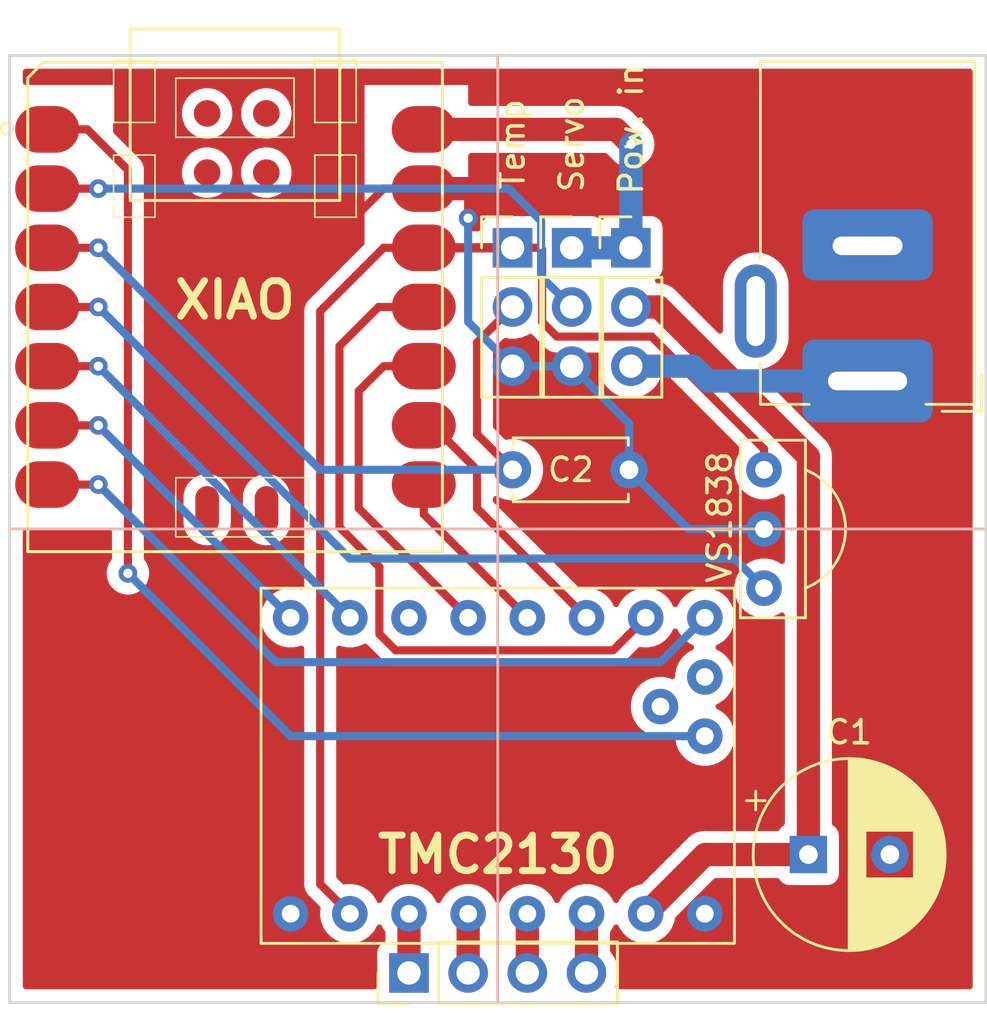
<source format=kicad_pcb>
(kicad_pcb (version 20171130) (host pcbnew "(5.1.5)-2")
  (layers (0 F.Cu mixed) (31 B.Cu mixed) (34 B.Paste user) (35 F.Paste user) (36 B.SilkS user) (37 F.SilkS user) (38 B.Mask user) (39 F.Mask user) (44 Edge.Cuts user))
  (net 0 "")
  (net 1 VBUS)
  (net 2 GND)
  (net 3 "Net-(C2-Pad1)")
  (net 4 +12V)
  (net 5 "Net-(J2-Pad1)")
  (net 6 "Net-(J2-Pad2)")
  (net 7 "Net-(J2-Pad3)")
  (net 8 "Net-(J2-Pad4)")
  (net 9 +3V3)
  (net 10 +5V)
  (net 11 "Net-(J4-Pad2)")
  (net 12 "Net-(U1-Pad20)")
  (net 13 "Net-(U1-Pad19)")
  (net 14 "Net-(U1-Pad18)")
  (net 15 "Net-(U1-Pad17)")
  (net 16 "Net-(U1-Pad16)")
  (net 17 "Net-(U1-Pad15)")
  (net 18 "Net-(U1-Pad1)")
  (net 19 "Net-(U1-Pad4)")
  (net 20 "Net-(U1-Pad5)")
  (net 21 "Net-(U1-Pad6)")
  (net 22 "Net-(U1-Pad7)")
  (net 23 "Net-(U1-Pad8)")
  (net 24 "Net-(U1-Pad9)")
  (net 25 "Net-(U1-Pad10)")
  (net 26 "Net-(U1-Pad11)")
  (net 27 "Net-(U2-Pad11)")
  (net 28 "Net-(U2-Pad17)")
  (net 29 "Net-(U2-Pad18)")
  (net 30 "Net-(J1-Pad3)")
  (module VS1838:VS1838 (layer F.Cu) (at 141.605 50.8 90)
    (fp_text reference U3)
    (fp_text value VS1838 (at 3.048 -1.905 90) (layer F.SilkS))
    (fp_arc (start 2.54 0.762) (end 0 1.778) (angle -136.397181) (layer F.SilkS) (width 0.12))
    (fp_line (start -1.27 1.778) (end -1.27 -1.016) (layer F.SilkS) (width 0.12))
    (fp_line (start 6.35 1.778) (end -1.27 1.778) (layer F.SilkS) (width 0.12))
    (fp_line (start 6.35 -1.016) (end 6.35 1.778) (layer F.SilkS) (width 0.12))
    (fp_line (start -1.27 -1.016) (end 6.35 -1.016) (layer F.SilkS) (width 0.12))
    (pad 3 thru_hole circle (at 5.08 0 90) (size 1.524 1.524) (drill 0.762) (layers *.Cu *.Mask) (net 9 +3V3))
    (pad 2 thru_hole circle (at 2.54 0 90) (size 1.524 1.524) (drill 0.762) (layers *.Cu *.Mask) (net 2 GND))
    (pad 1 thru_hole circle (at 0 0 90) (size 1.524 1.524) (drill 0.762) (layers *.Cu *.Mask) (net 19 "Net-(U1-Pad4)"))
  )
  (module TMC2130:tmc2130 (layer F.Cu) (at 140.335 50.8 180)
    (fp_text reference U2 hide)
    (fp_text value TMC2130 (at 10.16 -11.43) (layer F.SilkS) (effects (font (size 1.524 1.524) (thickness 0.3))))
    (fp_line (start 0 0) (end 20.32 0) (layer F.SilkS) (width 0.12))
    (fp_line (start 20.32 0) (end 20.32 -15.24) (layer F.SilkS) (width 0.12))
    (fp_line (start 0 -15.24) (end 0 0) (layer F.SilkS) (width 0.12))
    (fp_line (start 0 -15.24) (end 20.32 -15.24) (layer F.SilkS) (width 0.12))
    (pad 1 thru_hole circle (at 1.27 -13.97 180) (size 1.524 1.524) (drill 0.762) (layers *.Cu *.Mask) (net 2 GND))
    (pad 2 thru_hole circle (at 3.81 -13.97 180) (size 1.524 1.524) (drill 0.762) (layers *.Cu *.Mask) (net 1 VBUS))
    (pad 3 thru_hole circle (at 6.35 -13.97 180) (size 1.524 1.524) (drill 0.762) (layers *.Cu *.Mask) (net 8 "Net-(J2-Pad4)"))
    (pad 4 thru_hole circle (at 8.89 -13.97 180) (size 1.524 1.524) (drill 0.762) (layers *.Cu *.Mask) (net 7 "Net-(J2-Pad3)"))
    (pad 5 thru_hole circle (at 11.43 -13.97 180) (size 1.524 1.524) (drill 0.762) (layers *.Cu *.Mask) (net 6 "Net-(J2-Pad2)"))
    (pad 6 thru_hole circle (at 13.97 -13.97 180) (size 1.524 1.524) (drill 0.762) (layers *.Cu *.Mask) (net 5 "Net-(J2-Pad1)"))
    (pad 7 thru_hole circle (at 16.51 -13.97 180) (size 1.524 1.524) (drill 0.762) (layers *.Cu *.Mask) (net 9 +3V3))
    (pad 8 thru_hole circle (at 19.05 -13.97 180) (size 1.524 1.524) (drill 0.762) (layers *.Cu *.Mask) (net 2 GND))
    (pad 9 thru_hole circle (at 19.05 -1.27 180) (size 1.524 1.524) (drill 0.762) (layers *.Cu *.Mask) (net 21 "Net-(U1-Pad6)"))
    (pad 10 thru_hole circle (at 16.51 -1.27 180) (size 1.524 1.524) (drill 0.762) (layers *.Cu *.Mask) (net 20 "Net-(U1-Pad5)"))
    (pad 11 thru_hole circle (at 13.97 -1.27 180) (size 1.524 1.524) (drill 0.762) (layers *.Cu *.Mask) (net 27 "Net-(U2-Pad11)"))
    (pad 12 thru_hole circle (at 11.43 -1.27 180) (size 1.524 1.524) (drill 0.762) (layers *.Cu *.Mask) (net 25 "Net-(U1-Pad10)"))
    (pad 13 thru_hole circle (at 8.89 -1.27 180) (size 1.524 1.524) (drill 0.762) (layers *.Cu *.Mask) (net 23 "Net-(U1-Pad8)"))
    (pad 14 thru_hole circle (at 6.35 -1.27 180) (size 1.524 1.524) (drill 0.762) (layers *.Cu *.Mask) (net 24 "Net-(U1-Pad9)"))
    (pad 15 thru_hole circle (at 3.81 -1.27 180) (size 1.524 1.524) (drill 0.762) (layers *.Cu *.Mask) (net 26 "Net-(U1-Pad11)"))
    (pad 16 thru_hole circle (at 1.27 -1.27 180) (size 1.524 1.524) (drill 0.762) (layers *.Cu *.Mask) (net 22 "Net-(U1-Pad7)"))
    (pad 17 thru_hole circle (at 1.27 -3.81 180) (size 1.524 1.524) (drill 0.762) (layers *.Cu *.Mask) (net 28 "Net-(U2-Pad17)"))
    (pad 19 thru_hole circle (at 1.27 -6.35 180) (size 1.524 1.524) (drill 0.762) (layers *.Cu *.Mask) (net 18 "Net-(U1-Pad1)"))
    (pad 18 thru_hole circle (at 3.175 -5.08 180) (size 1.524 1.524) (drill 0.762) (layers *.Cu *.Mask) (net 29 "Net-(U2-Pad18)"))
  )
  (module Capacitor_THT:CP_Radial_D8.0mm_P3.50mm (layer F.Cu) (at 143.51 62.23)
    (fp_text reference C1 (at 1.75 -5.25) (layer F.SilkS))
    (fp_text value CP)
    (fp_circle (center 1.75 0) (end 5.87 0) (layer F.SilkS) (width 0.12))
    (fp_line (start 1.75 -4.08) (end 1.75 4.08) (layer F.SilkS) (width 0.12))
    (fp_line (start 1.79 -4.08) (end 1.79 4.08) (layer F.SilkS) (width 0.12))
    (fp_line (start 1.83 -4.08) (end 1.83 4.08) (layer F.SilkS) (width 0.12))
    (fp_line (start 1.87 -4.079) (end 1.87 4.079) (layer F.SilkS) (width 0.12))
    (fp_line (start 1.91 -4.077) (end 1.91 4.077) (layer F.SilkS) (width 0.12))
    (fp_line (start 1.95 -4.076) (end 1.95 4.076) (layer F.SilkS) (width 0.12))
    (fp_line (start 1.99 -4.074) (end 1.99 4.074) (layer F.SilkS) (width 0.12))
    (fp_line (start 2.03 -4.071) (end 2.03 4.071) (layer F.SilkS) (width 0.12))
    (fp_line (start 2.07 -4.068) (end 2.07 4.068) (layer F.SilkS) (width 0.12))
    (fp_line (start 2.11 -4.065) (end 2.11 4.065) (layer F.SilkS) (width 0.12))
    (fp_line (start 2.15 -4.061) (end 2.15 4.061) (layer F.SilkS) (width 0.12))
    (fp_line (start 2.19 -4.057) (end 2.19 4.057) (layer F.SilkS) (width 0.12))
    (fp_line (start 2.23 -4.052) (end 2.23 4.052) (layer F.SilkS) (width 0.12))
    (fp_line (start 2.27 -4.048) (end 2.27 4.048) (layer F.SilkS) (width 0.12))
    (fp_line (start 2.31 -4.042) (end 2.31 4.042) (layer F.SilkS) (width 0.12))
    (fp_line (start 2.35 -4.037) (end 2.35 4.037) (layer F.SilkS) (width 0.12))
    (fp_line (start 2.39 -4.03) (end 2.39 4.03) (layer F.SilkS) (width 0.12))
    (fp_line (start 2.43 -4.024) (end 2.43 4.024) (layer F.SilkS) (width 0.12))
    (fp_line (start 2.471 -4.017) (end 2.471 -1.04) (layer F.SilkS) (width 0.12))
    (fp_line (start 2.471 1.04) (end 2.471 4.017) (layer F.SilkS) (width 0.12))
    (fp_line (start 2.511 -4.01) (end 2.511 -1.04) (layer F.SilkS) (width 0.12))
    (fp_line (start 2.511 1.04) (end 2.511 4.01) (layer F.SilkS) (width 0.12))
    (fp_line (start 2.551 -4.002) (end 2.551 -1.04) (layer F.SilkS) (width 0.12))
    (fp_line (start 2.551 1.04) (end 2.551 4.002) (layer F.SilkS) (width 0.12))
    (fp_line (start 2.591 -3.994) (end 2.591 -1.04) (layer F.SilkS) (width 0.12))
    (fp_line (start 2.591 1.04) (end 2.591 3.994) (layer F.SilkS) (width 0.12))
    (fp_line (start 2.631 -3.985) (end 2.631 -1.04) (layer F.SilkS) (width 0.12))
    (fp_line (start 2.631 1.04) (end 2.631 3.985) (layer F.SilkS) (width 0.12))
    (fp_line (start 2.671 -3.976) (end 2.671 -1.04) (layer F.SilkS) (width 0.12))
    (fp_line (start 2.671 1.04) (end 2.671 3.976) (layer F.SilkS) (width 0.12))
    (fp_line (start 2.711 -3.967) (end 2.711 -1.04) (layer F.SilkS) (width 0.12))
    (fp_line (start 2.711 1.04) (end 2.711 3.967) (layer F.SilkS) (width 0.12))
    (fp_line (start 2.751 -3.957) (end 2.751 -1.04) (layer F.SilkS) (width 0.12))
    (fp_line (start 2.751 1.04) (end 2.751 3.957) (layer F.SilkS) (width 0.12))
    (fp_line (start 2.791 -3.947) (end 2.791 -1.04) (layer F.SilkS) (width 0.12))
    (fp_line (start 2.791 1.04) (end 2.791 3.947) (layer F.SilkS) (width 0.12))
    (fp_line (start 2.831 -3.936) (end 2.831 -1.04) (layer F.SilkS) (width 0.12))
    (fp_line (start 2.831 1.04) (end 2.831 3.936) (layer F.SilkS) (width 0.12))
    (fp_line (start 2.871 -3.925) (end 2.871 -1.04) (layer F.SilkS) (width 0.12))
    (fp_line (start 2.871 1.04) (end 2.871 3.925) (layer F.SilkS) (width 0.12))
    (fp_line (start 2.911 -3.914) (end 2.911 -1.04) (layer F.SilkS) (width 0.12))
    (fp_line (start 2.911 1.04) (end 2.911 3.914) (layer F.SilkS) (width 0.12))
    (fp_line (start 2.951 -3.902) (end 2.951 -1.04) (layer F.SilkS) (width 0.12))
    (fp_line (start 2.951 1.04) (end 2.951 3.902) (layer F.SilkS) (width 0.12))
    (fp_line (start 2.991 -3.889) (end 2.991 -1.04) (layer F.SilkS) (width 0.12))
    (fp_line (start 2.991 1.04) (end 2.991 3.889) (layer F.SilkS) (width 0.12))
    (fp_line (start 3.031 -3.877) (end 3.031 -1.04) (layer F.SilkS) (width 0.12))
    (fp_line (start 3.031 1.04) (end 3.031 3.877) (layer F.SilkS) (width 0.12))
    (fp_line (start 3.071 -3.863) (end 3.071 -1.04) (layer F.SilkS) (width 0.12))
    (fp_line (start 3.071 1.04) (end 3.071 3.863) (layer F.SilkS) (width 0.12))
    (fp_line (start 3.111 -3.85) (end 3.111 -1.04) (layer F.SilkS) (width 0.12))
    (fp_line (start 3.111 1.04) (end 3.111 3.85) (layer F.SilkS) (width 0.12))
    (fp_line (start 3.151 -3.835) (end 3.151 -1.04) (layer F.SilkS) (width 0.12))
    (fp_line (start 3.151 1.04) (end 3.151 3.835) (layer F.SilkS) (width 0.12))
    (fp_line (start 3.191 -3.821) (end 3.191 -1.04) (layer F.SilkS) (width 0.12))
    (fp_line (start 3.191 1.04) (end 3.191 3.821) (layer F.SilkS) (width 0.12))
    (fp_line (start 3.231 -3.805) (end 3.231 -1.04) (layer F.SilkS) (width 0.12))
    (fp_line (start 3.231 1.04) (end 3.231 3.805) (layer F.SilkS) (width 0.12))
    (fp_line (start 3.271 -3.79) (end 3.271 -1.04) (layer F.SilkS) (width 0.12))
    (fp_line (start 3.271 1.04) (end 3.271 3.79) (layer F.SilkS) (width 0.12))
    (fp_line (start 3.311 -3.774) (end 3.311 -1.04) (layer F.SilkS) (width 0.12))
    (fp_line (start 3.311 1.04) (end 3.311 3.774) (layer F.SilkS) (width 0.12))
    (fp_line (start 3.351 -3.757) (end 3.351 -1.04) (layer F.SilkS) (width 0.12))
    (fp_line (start 3.351 1.04) (end 3.351 3.757) (layer F.SilkS) (width 0.12))
    (fp_line (start 3.391 -3.74) (end 3.391 -1.04) (layer F.SilkS) (width 0.12))
    (fp_line (start 3.391 1.04) (end 3.391 3.74) (layer F.SilkS) (width 0.12))
    (fp_line (start 3.431 -3.722) (end 3.431 -1.04) (layer F.SilkS) (width 0.12))
    (fp_line (start 3.431 1.04) (end 3.431 3.722) (layer F.SilkS) (width 0.12))
    (fp_line (start 3.471 -3.704) (end 3.471 -1.04) (layer F.SilkS) (width 0.12))
    (fp_line (start 3.471 1.04) (end 3.471 3.704) (layer F.SilkS) (width 0.12))
    (fp_line (start 3.511 -3.686) (end 3.511 -1.04) (layer F.SilkS) (width 0.12))
    (fp_line (start 3.511 1.04) (end 3.511 3.686) (layer F.SilkS) (width 0.12))
    (fp_line (start 3.551 -3.666) (end 3.551 -1.04) (layer F.SilkS) (width 0.12))
    (fp_line (start 3.551 1.04) (end 3.551 3.666) (layer F.SilkS) (width 0.12))
    (fp_line (start 3.591 -3.647) (end 3.591 -1.04) (layer F.SilkS) (width 0.12))
    (fp_line (start 3.591 1.04) (end 3.591 3.647) (layer F.SilkS) (width 0.12))
    (fp_line (start 3.631 -3.627) (end 3.631 -1.04) (layer F.SilkS) (width 0.12))
    (fp_line (start 3.631 1.04) (end 3.631 3.627) (layer F.SilkS) (width 0.12))
    (fp_line (start 3.671 -3.606) (end 3.671 -1.04) (layer F.SilkS) (width 0.12))
    (fp_line (start 3.671 1.04) (end 3.671 3.606) (layer F.SilkS) (width 0.12))
    (fp_line (start 3.711 -3.584) (end 3.711 -1.04) (layer F.SilkS) (width 0.12))
    (fp_line (start 3.711 1.04) (end 3.711 3.584) (layer F.SilkS) (width 0.12))
    (fp_line (start 3.751 -3.562) (end 3.751 -1.04) (layer F.SilkS) (width 0.12))
    (fp_line (start 3.751 1.04) (end 3.751 3.562) (layer F.SilkS) (width 0.12))
    (fp_line (start 3.791 -3.54) (end 3.791 -1.04) (layer F.SilkS) (width 0.12))
    (fp_line (start 3.791 1.04) (end 3.791 3.54) (layer F.SilkS) (width 0.12))
    (fp_line (start 3.831 -3.517) (end 3.831 -1.04) (layer F.SilkS) (width 0.12))
    (fp_line (start 3.831 1.04) (end 3.831 3.517) (layer F.SilkS) (width 0.12))
    (fp_line (start 3.871 -3.493) (end 3.871 -1.04) (layer F.SilkS) (width 0.12))
    (fp_line (start 3.871 1.04) (end 3.871 3.493) (layer F.SilkS) (width 0.12))
    (fp_line (start 3.911 -3.469) (end 3.911 -1.04) (layer F.SilkS) (width 0.12))
    (fp_line (start 3.911 1.04) (end 3.911 3.469) (layer F.SilkS) (width 0.12))
    (fp_line (start 3.951 -3.444) (end 3.951 -1.04) (layer F.SilkS) (width 0.12))
    (fp_line (start 3.951 1.04) (end 3.951 3.444) (layer F.SilkS) (width 0.12))
    (fp_line (start 3.991 -3.418) (end 3.991 -1.04) (layer F.SilkS) (width 0.12))
    (fp_line (start 3.991 1.04) (end 3.991 3.418) (layer F.SilkS) (width 0.12))
    (fp_line (start 4.031 -3.392) (end 4.031 -1.04) (layer F.SilkS) (width 0.12))
    (fp_line (start 4.031 1.04) (end 4.031 3.392) (layer F.SilkS) (width 0.12))
    (fp_line (start 4.071 -3.365) (end 4.071 -1.04) (layer F.SilkS) (width 0.12))
    (fp_line (start 4.071 1.04) (end 4.071 3.365) (layer F.SilkS) (width 0.12))
    (fp_line (start 4.111 -3.338) (end 4.111 -1.04) (layer F.SilkS) (width 0.12))
    (fp_line (start 4.111 1.04) (end 4.111 3.338) (layer F.SilkS) (width 0.12))
    (fp_line (start 4.151 -3.309) (end 4.151 -1.04) (layer F.SilkS) (width 0.12))
    (fp_line (start 4.151 1.04) (end 4.151 3.309) (layer F.SilkS) (width 0.12))
    (fp_line (start 4.191 -3.28) (end 4.191 -1.04) (layer F.SilkS) (width 0.12))
    (fp_line (start 4.191 1.04) (end 4.191 3.28) (layer F.SilkS) (width 0.12))
    (fp_line (start 4.231 -3.25) (end 4.231 -1.04) (layer F.SilkS) (width 0.12))
    (fp_line (start 4.231 1.04) (end 4.231 3.25) (layer F.SilkS) (width 0.12))
    (fp_line (start 4.271 -3.22) (end 4.271 -1.04) (layer F.SilkS) (width 0.12))
    (fp_line (start 4.271 1.04) (end 4.271 3.22) (layer F.SilkS) (width 0.12))
    (fp_line (start 4.311 -3.189) (end 4.311 -1.04) (layer F.SilkS) (width 0.12))
    (fp_line (start 4.311 1.04) (end 4.311 3.189) (layer F.SilkS) (width 0.12))
    (fp_line (start 4.351 -3.156) (end 4.351 -1.04) (layer F.SilkS) (width 0.12))
    (fp_line (start 4.351 1.04) (end 4.351 3.156) (layer F.SilkS) (width 0.12))
    (fp_line (start 4.391 -3.124) (end 4.391 -1.04) (layer F.SilkS) (width 0.12))
    (fp_line (start 4.391 1.04) (end 4.391 3.124) (layer F.SilkS) (width 0.12))
    (fp_line (start 4.431 -3.09) (end 4.431 -1.04) (layer F.SilkS) (width 0.12))
    (fp_line (start 4.431 1.04) (end 4.431 3.09) (layer F.SilkS) (width 0.12))
    (fp_line (start 4.471 -3.055) (end 4.471 -1.04) (layer F.SilkS) (width 0.12))
    (fp_line (start 4.471 1.04) (end 4.471 3.055) (layer F.SilkS) (width 0.12))
    (fp_line (start 4.511 -3.019) (end 4.511 -1.04) (layer F.SilkS) (width 0.12))
    (fp_line (start 4.511 1.04) (end 4.511 3.019) (layer F.SilkS) (width 0.12))
    (fp_line (start 4.551 -2.983) (end 4.551 2.983) (layer F.SilkS) (width 0.12))
    (fp_line (start 4.591 -2.945) (end 4.591 2.945) (layer F.SilkS) (width 0.12))
    (fp_line (start 4.631 -2.907) (end 4.631 2.907) (layer F.SilkS) (width 0.12))
    (fp_line (start 4.671 -2.867) (end 4.671 2.867) (layer F.SilkS) (width 0.12))
    (fp_line (start 4.711 -2.826) (end 4.711 2.826) (layer F.SilkS) (width 0.12))
    (fp_line (start 4.751 -2.784) (end 4.751 2.784) (layer F.SilkS) (width 0.12))
    (fp_line (start 4.791 -2.741) (end 4.791 2.741) (layer F.SilkS) (width 0.12))
    (fp_line (start 4.831 -2.697) (end 4.831 2.697) (layer F.SilkS) (width 0.12))
    (fp_line (start 4.871 -2.651) (end 4.871 2.651) (layer F.SilkS) (width 0.12))
    (fp_line (start 4.911 -2.604) (end 4.911 2.604) (layer F.SilkS) (width 0.12))
    (fp_line (start 4.951 -2.556) (end 4.951 2.556) (layer F.SilkS) (width 0.12))
    (fp_line (start 4.991 -2.505) (end 4.991 2.505) (layer F.SilkS) (width 0.12))
    (fp_line (start 5.031 -2.454) (end 5.031 2.454) (layer F.SilkS) (width 0.12))
    (fp_line (start 5.071 -2.4) (end 5.071 2.4) (layer F.SilkS) (width 0.12))
    (fp_line (start 5.111 -2.345) (end 5.111 2.345) (layer F.SilkS) (width 0.12))
    (fp_line (start 5.151 -2.287) (end 5.151 2.287) (layer F.SilkS) (width 0.12))
    (fp_line (start 5.191 -2.228) (end 5.191 2.228) (layer F.SilkS) (width 0.12))
    (fp_line (start 5.231 -2.166) (end 5.231 2.166) (layer F.SilkS) (width 0.12))
    (fp_line (start 5.271 -2.102) (end 5.271 2.102) (layer F.SilkS) (width 0.12))
    (fp_line (start 5.311 -2.034) (end 5.311 2.034) (layer F.SilkS) (width 0.12))
    (fp_line (start 5.351 -1.964) (end 5.351 1.964) (layer F.SilkS) (width 0.12))
    (fp_line (start 5.391 -1.89) (end 5.391 1.89) (layer F.SilkS) (width 0.12))
    (fp_line (start 5.431 -1.813) (end 5.431 1.813) (layer F.SilkS) (width 0.12))
    (fp_line (start 5.471 -1.731) (end 5.471 1.731) (layer F.SilkS) (width 0.12))
    (fp_line (start 5.511 -1.645) (end 5.511 1.645) (layer F.SilkS) (width 0.12))
    (fp_line (start 5.551 -1.552) (end 5.551 1.552) (layer F.SilkS) (width 0.12))
    (fp_line (start 5.591 -1.453) (end 5.591 1.453) (layer F.SilkS) (width 0.12))
    (fp_line (start 5.631 -1.346) (end 5.631 1.346) (layer F.SilkS) (width 0.12))
    (fp_line (start 5.671 -1.229) (end 5.671 1.229) (layer F.SilkS) (width 0.12))
    (fp_line (start 5.711 -1.098) (end 5.711 1.098) (layer F.SilkS) (width 0.12))
    (fp_line (start 5.751 -0.948) (end 5.751 0.948) (layer F.SilkS) (width 0.12))
    (fp_line (start 5.791 -0.768) (end 5.791 0.768) (layer F.SilkS) (width 0.12))
    (fp_line (start 5.831 -0.533) (end 5.831 0.533) (layer F.SilkS) (width 0.12))
    (fp_line (start -2.659698 -2.315) (end -1.859698 -2.315) (layer F.SilkS) (width 0.12))
    (fp_line (start -2.259698 -2.715) (end -2.259698 -1.915) (layer F.SilkS) (width 0.12))
    (pad 1 thru_hole rect (at 0 0) (size 1.6 1.6) (drill 0.8) (layers *.Cu *.Mask) (net 1 VBUS))
    (pad 2 thru_hole circle (at 3.5 0) (size 1.6 1.6) (drill 0.8) (layers *.Cu *.Mask) (net 2 GND))
  )
  (module Capacitor_THT:C_Disc_D4.7mm_W2.5mm_P5.00mm (layer F.Cu) (at 130.81 45.72)
    (fp_text reference C2 (at 2.5 0) (layer F.SilkS))
    (fp_text value C)
    (fp_line (start 0.03 -1.37) (end 4.97 -1.37) (layer F.SilkS) (width 0.12))
    (fp_line (start 0.03 1.37) (end 4.97 1.37) (layer F.SilkS) (width 0.12))
    (fp_line (start 0.03 -1.37) (end 0.03 -1.055) (layer F.SilkS) (width 0.12))
    (fp_line (start 0.03 1.055) (end 0.03 1.37) (layer F.SilkS) (width 0.12))
    (fp_line (start 4.97 -1.37) (end 4.97 -1.055) (layer F.SilkS) (width 0.12))
    (fp_line (start 4.97 1.055) (end 4.97 1.37) (layer F.SilkS) (width 0.12))
    (pad 1 thru_hole circle (at 0 0) (size 1.6 1.6) (drill 0.8) (layers *.Cu *.Mask) (net 3 "Net-(C2-Pad1)"))
    (pad 2 thru_hole circle (at 5 0) (size 1.6 1.6) (drill 0.8) (layers *.Cu *.Mask) (net 2 GND))
  )
  (module Connector_PinHeader_2.54mm:PinHeader_1x04_P2.54mm_Vertical (layer F.Cu) (at 126.365 67.31 90)
    (fp_text reference J2)
    (fp_text value Motor)
    (fp_line (start -1.33 8.95) (end 1.33 8.95) (layer F.SilkS) (width 0.12))
    (fp_line (start -1.33 1.27) (end -1.33 8.95) (layer F.SilkS) (width 0.12))
    (fp_line (start 1.33 1.27) (end 1.33 8.95) (layer F.SilkS) (width 0.12))
    (fp_line (start -1.33 1.27) (end 1.33 1.27) (layer F.SilkS) (width 0.12))
    (fp_line (start -1.33 0) (end -1.33 -1.33) (layer F.SilkS) (width 0.12))
    (fp_line (start -1.33 -1.33) (end 0 -1.33) (layer F.SilkS) (width 0.12))
    (pad 1 thru_hole rect (at 0 0 90) (size 1.7 1.7) (drill 1) (layers *.Cu *.Mask) (net 5 "Net-(J2-Pad1)"))
    (pad 2 thru_hole oval (at 0 2.54 90) (size 1.7 1.7) (drill 1) (layers *.Cu *.Mask) (net 6 "Net-(J2-Pad2)"))
    (pad 3 thru_hole oval (at 0 5.08 90) (size 1.7 1.7) (drill 1) (layers *.Cu *.Mask) (net 7 "Net-(J2-Pad3)"))
    (pad 4 thru_hole oval (at 0 7.62 90) (size 1.7 1.7) (drill 1) (layers *.Cu *.Mask) (net 8 "Net-(J2-Pad4)"))
  )
  (module Connector_PinHeader_2.54mm:PinHeader_1x03_P2.54mm_Vertical (layer F.Cu) (at 130.81 36.195)
    (fp_text reference J3)
    (fp_text value Temp (at 0 -4.445 90) (layer F.SilkS))
    (fp_line (start -1.33 -1.33) (end 0 -1.33) (layer F.SilkS) (width 0.12))
    (fp_line (start -1.33 0) (end -1.33 -1.33) (layer F.SilkS) (width 0.12))
    (fp_line (start -1.33 1.27) (end 1.33 1.27) (layer F.SilkS) (width 0.12))
    (fp_line (start 1.33 1.27) (end 1.33 6.41) (layer F.SilkS) (width 0.12))
    (fp_line (start -1.33 1.27) (end -1.33 6.41) (layer F.SilkS) (width 0.12))
    (fp_line (start -1.33 6.41) (end 1.33 6.41) (layer F.SilkS) (width 0.12))
    (pad 3 thru_hole oval (at 0 5.08) (size 1.7 1.7) (drill 1) (layers *.Cu *.Mask) (net 2 GND))
    (pad 2 thru_hole oval (at 0 2.54) (size 1.7 1.7) (drill 1) (layers *.Cu *.Mask) (net 3 "Net-(C2-Pad1)"))
    (pad 1 thru_hole rect (at 0 0) (size 1.7 1.7) (drill 1) (layers *.Cu *.Mask) (net 9 +3V3))
  )
  (module Connector_PinHeader_2.54mm:PinHeader_1x03_P2.54mm_Vertical (layer F.Cu) (at 133.35 36.195)
    (fp_text reference J4)
    (fp_text value Servo (at 0 -4.445 90) (layer F.SilkS))
    (fp_line (start -1.33 6.41) (end 1.33 6.41) (layer F.SilkS) (width 0.12))
    (fp_line (start -1.33 1.27) (end -1.33 6.41) (layer F.SilkS) (width 0.12))
    (fp_line (start 1.33 1.27) (end 1.33 6.41) (layer F.SilkS) (width 0.12))
    (fp_line (start -1.33 1.27) (end 1.33 1.27) (layer F.SilkS) (width 0.12))
    (fp_line (start -1.33 0) (end -1.33 -1.33) (layer F.SilkS) (width 0.12))
    (fp_line (start -1.33 -1.33) (end 0 -1.33) (layer F.SilkS) (width 0.12))
    (pad 1 thru_hole rect (at 0 0) (size 1.7 1.7) (drill 1) (layers *.Cu *.Mask) (net 10 +5V))
    (pad 2 thru_hole oval (at 0 2.54) (size 1.7 1.7) (drill 1) (layers *.Cu *.Mask) (net 11 "Net-(J4-Pad2)"))
    (pad 3 thru_hole oval (at 0 5.08) (size 1.7 1.7) (drill 1) (layers *.Cu *.Mask) (net 2 GND))
  )
  (module Connector_PinHeader_2.54mm:PinHeader_1x03_P2.54mm_Vertical (layer F.Cu) (at 135.89 36.195)
    (fp_text reference JP1)
    (fp_text value "Pow. in" (at 0 -5.08 90) (layer F.SilkS))
    (fp_line (start -1.33 6.41) (end 1.33 6.41) (layer F.SilkS) (width 0.12))
    (fp_line (start -1.33 1.27) (end -1.33 6.41) (layer F.SilkS) (width 0.12))
    (fp_line (start 1.33 1.27) (end 1.33 6.41) (layer F.SilkS) (width 0.12))
    (fp_line (start -1.33 1.27) (end 1.33 1.27) (layer F.SilkS) (width 0.12))
    (fp_line (start -1.33 0) (end -1.33 -1.33) (layer F.SilkS) (width 0.12))
    (fp_line (start -1.33 -1.33) (end 0 -1.33) (layer F.SilkS) (width 0.12))
    (pad 1 thru_hole rect (at 0 0) (size 1.7 1.7) (drill 1) (layers *.Cu *.Mask) (net 10 +5V))
    (pad 2 thru_hole oval (at 0 2.54) (size 1.7 1.7) (drill 1) (layers *.Cu *.Mask) (net 1 VBUS))
    (pad 3 thru_hole oval (at 0 5.08) (size 1.7 1.7) (drill 1) (layers *.Cu *.Mask) (net 4 +12V))
  )
  (module Seeeduino_XIAO:Seeeduino_XIAO (layer F.Cu) (at 110.00232 49.23282)
    (fp_text reference U1)
    (fp_text value XIAO (at 8.89 -10.795) (layer F.SilkS) (effects (font (size 1.524 1.524) (thickness 0.3))))
    (fp_circle (center -0.889 -18.161) (end -0.889 -18.415) (layer F.SilkS) (width 0.1))
    (fp_line (start 4.3942 -15.06982) (end 4.3942 -22.42312) (layer F.SilkS) (width 0.127))
    (fp_line (start 13.39342 -15.06982) (end 4.3942 -15.06982) (layer F.SilkS) (width 0.127))
    (fp_line (start 13.39342 -22.42312) (end 13.39342 -15.06982) (layer F.SilkS) (width 0.127))
    (fp_line (start 4.39928 -22.42312) (end 13.39342 -22.42312) (layer F.SilkS) (width 0.127))
    (fp_line (start 0 -20.32762) (end 0 0) (layer F.SilkS) (width 0.127))
    (fp_line (start 0.67056 -20.99818) (end 0 -20.32762) (layer F.SilkS) (width 0.127))
    (fp_line (start 17.79778 -20.99818) (end 0.67056 -20.99818) (layer F.SilkS) (width 0.127))
    (fp_line (start 17.79778 0) (end 17.79778 -20.99818) (layer F.SilkS) (width 0.127))
    (fp_line (start 0 0) (end 17.79778 0) (layer F.SilkS) (width 0.127))
    (fp_line (start 12.319 -18.415) (end 12.319 -21.082) (layer F.SilkS) (width 0.06604))
    (fp_line (start 12.319 -21.082) (end 14.097 -21.082) (layer F.SilkS) (width 0.06604))
    (fp_line (start 14.097 -18.415) (end 14.097 -21.082) (layer F.SilkS) (width 0.06604))
    (fp_line (start 12.319 -18.415) (end 14.097 -18.415) (layer F.SilkS) (width 0.06604))
    (fp_line (start 12.319 -14.34846) (end 12.319 -17.018) (layer F.SilkS) (width 0.06604))
    (fp_line (start 12.319 -17.018) (end 14.097 -17.018) (layer F.SilkS) (width 0.06604))
    (fp_line (start 14.097 -14.34846) (end 14.097 -17.018) (layer F.SilkS) (width 0.06604))
    (fp_line (start 12.319 -14.34846) (end 14.097 -14.34846) (layer F.SilkS) (width 0.06604))
    (fp_line (start 3.683 -14.34846) (end 3.683 -17.018) (layer F.SilkS) (width 0.06604))
    (fp_line (start 3.683 -17.018) (end 5.461 -17.018) (layer F.SilkS) (width 0.06604))
    (fp_line (start 5.461 -14.34846) (end 5.461 -17.018) (layer F.SilkS) (width 0.06604))
    (fp_line (start 3.683 -14.34846) (end 5.461 -14.34846) (layer F.SilkS) (width 0.06604))
    (fp_line (start 3.683 -18.415) (end 3.683 -21.082) (layer F.SilkS) (width 0.06604))
    (fp_line (start 3.683 -21.082) (end 5.461 -21.082) (layer F.SilkS) (width 0.06604))
    (fp_line (start 5.461 -18.415) (end 5.461 -21.082) (layer F.SilkS) (width 0.06604))
    (fp_line (start 3.683 -18.415) (end 5.461 -18.415) (layer F.SilkS) (width 0.06604))
    (fp_line (start 6.35 -0.635) (end 6.35 -3.175) (layer F.SilkS) (width 0.06604))
    (fp_line (start 6.35 -3.175) (end 12.065 -3.175) (layer F.SilkS) (width 0.06604))
    (fp_line (start 12.065 -0.635) (end 12.065 -3.175) (layer F.SilkS) (width 0.06604))
    (fp_line (start 6.35 -0.635) (end 12.065 -0.635) (layer F.SilkS) (width 0.06604))
    (fp_line (start 6.35 -17.78) (end 6.35 -20.32) (layer F.SilkS) (width 0.06604))
    (fp_line (start 6.35 -20.32) (end 11.43 -20.32) (layer F.SilkS) (width 0.06604))
    (fp_line (start 11.43 -17.78) (end 11.43 -20.32) (layer F.SilkS) (width 0.06604))
    (fp_line (start 6.35 -17.78) (end 11.43 -17.78) (layer F.SilkS) (width 0.06604))
    (pad 14 smd oval (at 16.99768 -18.11782) (size 2.74828 1.99898) (layers F.Cu F.Paste F.Mask) (net 10 +5V))
    (pad 13 smd oval (at 16.99768 -15.57782) (size 2.74828 1.99898) (layers F.Cu F.Paste F.Mask) (net 2 GND))
    (pad 12 smd oval (at 16.99768 -13.03782) (size 2.74828 1.99898) (layers F.Cu F.Paste F.Mask) (net 9 +3V3))
    (pad 11 smd oval (at 16.99768 -10.49782) (size 2.74828 1.99898) (layers F.Cu F.Paste F.Mask) (net 26 "Net-(U1-Pad11)"))
    (pad 10 smd oval (at 16.99768 -7.95782) (size 2.74828 1.99898) (layers F.Cu F.Paste F.Mask) (net 25 "Net-(U1-Pad10)"))
    (pad 9 smd oval (at 16.99768 -5.41782) (size 2.74828 1.99898) (layers F.Cu F.Paste F.Mask) (net 24 "Net-(U1-Pad9)"))
    (pad 8 smd oval (at 16.99768 -2.87782) (size 2.74828 1.99898) (layers F.Cu F.Paste F.Mask) (net 23 "Net-(U1-Pad8)"))
    (pad 7 smd oval (at 0.83312 -2.87782) (size 2.74828 1.99898) (layers F.Cu F.Paste F.Mask) (net 22 "Net-(U1-Pad7)"))
    (pad 6 smd oval (at 0.83312 -5.41782) (size 2.74828 1.99898) (layers F.Cu F.Paste F.Mask) (net 21 "Net-(U1-Pad6)"))
    (pad 5 smd oval (at 0.83312 -7.95782) (size 2.74828 1.99898) (layers F.Cu F.Paste F.Mask) (net 20 "Net-(U1-Pad5)"))
    (pad 4 smd oval (at 0.83312 -10.49782) (size 2.74828 1.99898) (layers F.Cu F.Paste F.Mask) (net 19 "Net-(U1-Pad4)"))
    (pad 3 smd oval (at 0.83312 -13.03782) (size 2.74828 1.99898) (layers F.Cu F.Paste F.Mask) (net 3 "Net-(C2-Pad1)"))
    (pad 2 smd oval (at 0.83312 -15.57782) (size 2.74828 1.99898) (layers F.Cu F.Paste F.Mask) (net 11 "Net-(J4-Pad2)"))
    (pad 1 smd oval (at 0.83312 -18.11782) (size 2.74828 1.99898) (layers F.Cu F.Paste F.Mask) (net 18 "Net-(U1-Pad1)"))
    (pad 15 smd oval (at 7.7 -1.8 90) (size 2.032 1.016) (layers F.Cu F.Paste F.Mask) (net 17 "Net-(U1-Pad15)"))
    (pad 16 smd oval (at 10.25 -1.8 90) (size 2.032 1.016) (layers F.Cu F.Paste F.Mask) (net 16 "Net-(U1-Pad16)"))
    (pad 17 smd circle (at 7.698803 -18.804187 90) (size 1.143 1.143) (layers F.Cu F.Paste F.Mask) (net 15 "Net-(U1-Pad17)"))
    (pad 18 smd circle (at 10.238803 -18.804187 90) (size 1.143 1.143) (layers F.Cu F.Paste F.Mask) (net 14 "Net-(U1-Pad18)"))
    (pad 19 smd circle (at 7.698803 -16.264187 90) (size 1.143 1.143) (layers F.Cu F.Paste F.Mask) (net 13 "Net-(U1-Pad19)"))
    (pad 20 smd circle (at 10.238803 -16.264187 90) (size 1.143 1.143) (layers F.Cu F.Paste F.Mask) (net 12 "Net-(U1-Pad20)"))
  )
  (module Connector_BarrelJack:BarrelJack_Wuerth_6941xx301002 (layer F.Cu) (at 146.05 41.91 180)
    (fp_text reference J1)
    (fp_text value "Power in")
    (fp_line (start -4.6 -1) (end -2.5 -1) (layer F.SilkS) (width 0.12))
    (fp_line (start -4.9 -1.3) (end -4.9 0.3) (layer F.SilkS) (width 0.12))
    (fp_line (start -3.2 -1.3) (end -4.9 -1.3) (layer F.SilkS) (width 0.12))
    (fp_line (start 4.6 -1) (end 4.6 0.8) (layer F.SilkS) (width 0.12))
    (fp_line (start 2.5 -1) (end 4.6 -1) (layer F.SilkS) (width 0.12))
    (fp_line (start -4.6 13.7) (end -4.6 -1) (layer F.SilkS) (width 0.12))
    (fp_line (start 4.6 13.7) (end -4.6 13.7) (layer F.SilkS) (width 0.12))
    (fp_line (start 4.6 5.2) (end 4.6 13.7) (layer F.SilkS) (width 0.12))
    (pad 1 thru_hole rect (at 0 0 180) (size 4.4 1.8) (drill oval 3.4 0.8) (layers *.Cu *.Mask) (net 4 +12V))
    (pad 2 thru_hole oval (at 0 5.8 180) (size 4 1.8) (drill oval 3 0.8) (layers *.Cu *.Mask) (net 2 GND))
    (pad 3 thru_hole oval (at 4.8 3 270) (size 4 1.8) (drill oval 3 0.8) (layers *.Cu *.Mask) (net 30 "Net-(J1-Pad3)"))
  )
  (gr_line (start 130.175 68.58) (end 130.175 27.94) (layer B.SilkS) (width 0.12))
  (gr_line (start 151.13 48.26) (end 109.22 48.26) (layer B.SilkS) (width 0.12))
  (gr_line (start 109.22 68.58) (end 151.13 68.58) (layer Edge.Cuts) (width 0.12))
  (gr_line (start 109.22 68.58) (end 109.22 27.94) (layer Edge.Cuts) (width 0.12))
  (gr_line (start 135.315 66.1) (end 135.315 68.64) (layer F.SilkS) (width 0.12))
  (gr_line (start 151.13 27.94) (end 151.13 68.58) (layer Edge.Cuts) (width 0.12))
  (gr_line (start 109.22 27.94) (end 151.13 27.94) (layer Edge.Cuts) (width 0.12))
  (segment (start 139.065 62.23) (end 143.51 62.23) (width 1) (layer F.Cu) (net 1))
  (segment (start 136.525 64.77) (end 139.065 62.23) (width 1) (layer F.Cu) (net 1))
  (segment (start 137.092081 38.735) (end 135.89 38.735) (width 1) (layer F.Cu) (net 1))
  (segment (start 143.51 45.152919) (end 137.092081 38.735) (width 1) (layer F.Cu) (net 1))
  (segment (start 143.51 62.23) (end 143.51 45.152919) (width 1) (layer F.Cu) (net 1))
  (segment (start 135.81 45.72) (end 135.81 43.735) (width 0.35) (layer B.Cu) (net 2))
  (segment (start 141.605 48.26) (end 138.35 48.26) (width 0.35) (layer B.Cu) (net 2))
  (segment (start 133.35 41.275) (end 130.81 41.275) (width 0.35) (layer B.Cu) (net 2))
  (segment (start 128.905 34.925) (end 128.905 33.655) (width 0.35) (layer F.Cu) (net 2))
  (segment (start 135.81 43.735) (end 133.35 41.275) (width 0.35) (layer B.Cu) (net 2))
  (segment (start 129.37414 33.655) (end 128.905 33.655) (width 1) (layer F.Cu) (net 2))
  (segment (start 128.905 33.655) (end 127 33.655) (width 1) (layer F.Cu) (net 2))
  (segment (start 128.905 39.37) (end 128.905 34.925) (width 0.35) (layer B.Cu) (net 2))
  (segment (start 138.35 48.26) (end 135.81 45.72) (width 0.35) (layer B.Cu) (net 2))
  (segment (start 130.81 41.275) (end 128.905 39.37) (width 0.35) (layer B.Cu) (net 2))
  (segment (start 147.15 36.11) (end 149.05 38.01) (width 1) (layer F.Cu) (net 2))
  (segment (start 146.05 36.11) (end 147.15 36.11) (width 1) (layer F.Cu) (net 2))
  (segment (start 143.05 36.11) (end 140.595 33.655) (width 1) (layer F.Cu) (net 2))
  (segment (start 140.595 33.655) (end 129.37414 33.655) (width 1) (layer F.Cu) (net 2))
  (segment (start 147.01 62.23) (end 144.47 64.77) (width 1) (layer F.Cu) (net 2))
  (segment (start 146.05 36.11) (end 143.05 36.11) (width 1) (layer F.Cu) (net 2))
  (segment (start 149.05 60.19) (end 147.809999 61.430001) (width 1) (layer F.Cu) (net 2))
  (segment (start 147.809999 61.430001) (end 147.01 62.23) (width 1) (layer F.Cu) (net 2))
  (segment (start 149.05 38.01) (end 149.05 60.19) (width 1) (layer F.Cu) (net 2))
  (segment (start 144.47 64.77) (end 139.065 64.77) (width 1) (layer F.Cu) (net 2))
  (via (at 128.905 34.925) (size 0.8) (drill 0.4) (layers F.Cu B.Cu) (net 2))
  (segment (start 125.27586 33.655) (end 127 33.655) (width 0.35) (layer F.Cu) (net 2))
  (segment (start 118.999 39.93186) (end 125.27586 33.655) (width 0.35) (layer F.Cu) (net 2))
  (segment (start 121.285 64.77) (end 118.999 62.484) (width 0.35) (layer F.Cu) (net 2))
  (segment (start 118.999 62.484) (end 118.999 39.93186) (width 0.35) (layer F.Cu) (net 2))
  (via (at 113.03 36.195) (size 0.8) (drill 0.4) (layers F.Cu B.Cu) (net 3))
  (segment (start 130.81 45.72) (end 122.555 45.72) (width 0.35) (layer B.Cu) (net 3))
  (segment (start 122.555 45.72) (end 113.03 36.195) (width 0.35) (layer B.Cu) (net 3))
  (segment (start 113.03 36.195) (end 110.83544 36.195) (width 0.35) (layer F.Cu) (net 3))
  (segment (start 129.960001 39.584999) (end 130.81 38.735) (width 0.35) (layer F.Cu) (net 3))
  (segment (start 129.286 40.259) (end 129.960001 39.584999) (width 0.35) (layer F.Cu) (net 3))
  (segment (start 130.81 45.72) (end 129.286 44.196) (width 0.35) (layer F.Cu) (net 3))
  (segment (start 129.286 44.196) (end 129.286 40.259) (width 0.35) (layer F.Cu) (net 3))
  (segment (start 135.89 41.275) (end 138.557 41.275) (width 1) (layer B.Cu) (net 4))
  (segment (start 139.192 41.91) (end 146.05 41.91) (width 1) (layer B.Cu) (net 4))
  (segment (start 138.557 41.275) (end 139.192 41.91) (width 1) (layer B.Cu) (net 4))
  (segment (start 126.365 67.31) (end 126.365 64.77) (width 1) (layer F.Cu) (net 5))
  (segment (start 128.905 64.77) (end 128.905 67.31) (width 1) (layer F.Cu) (net 6))
  (segment (start 131.445 64.77) (end 131.445 67.31) (width 1) (layer F.Cu) (net 7))
  (segment (start 133.985 64.77) (end 133.985 67.31) (width 1) (layer F.Cu) (net 8))
  (segment (start 130.81 36.195) (end 127 36.195) (width 0.4) (layer F.Cu) (net 9))
  (segment (start 123.063001 64.008001) (end 123.825 64.77) (width 0.35) (layer F.Cu) (net 9))
  (segment (start 122.555 38.91586) (end 122.555 63.5) (width 0.35) (layer F.Cu) (net 9))
  (segment (start 122.555 63.5) (end 123.063001 64.008001) (width 0.35) (layer F.Cu) (net 9))
  (segment (start 127 36.195) (end 125.27586 36.195) (width 0.35) (layer F.Cu) (net 9))
  (segment (start 125.27586 36.195) (end 122.555 38.91586) (width 0.35) (layer F.Cu) (net 9))
  (segment (start 141.605 44.831) (end 141.605 45.72) (width 0.35) (layer F.Cu) (net 9))
  (segment (start 136.779 40.005) (end 141.605 44.831) (width 0.35) (layer F.Cu) (net 9))
  (segment (start 132.01 36.195) (end 132.08 36.265) (width 0.35) (layer F.Cu) (net 9))
  (segment (start 132.08 39.37) (end 132.715 40.005) (width 0.35) (layer F.Cu) (net 9))
  (segment (start 130.81 36.195) (end 132.01 36.195) (width 0.35) (layer F.Cu) (net 9))
  (segment (start 132.08 36.265) (end 132.08 39.37) (width 0.35) (layer F.Cu) (net 9))
  (segment (start 132.715 40.005) (end 136.779 40.005) (width 0.35) (layer F.Cu) (net 9))
  (segment (start 135.89 36.195) (end 133.35 36.195) (width 1) (layer B.Cu) (net 10))
  (segment (start 127 31.115) (end 135.255 31.115) (width 1) (layer F.Cu) (net 10))
  (segment (start 135.255 31.115) (end 135.89 31.75) (width 1) (layer F.Cu) (net 10))
  (segment (start 135.89 31.75) (end 135.89 36.195) (width 1) (layer B.Cu) (net 10))
  (via (at 135.89 31.75) (size 0.8) (drill 0.4) (layers F.Cu B.Cu) (net 10))
  (via (at 113.03 33.655) (size 0.8) (drill 0.4) (layers F.Cu B.Cu) (net 11))
  (segment (start 110.83544 33.655) (end 113.03 33.655) (width 0.35) (layer F.Cu) (net 11))
  (segment (start 132.500001 37.885001) (end 133.35 38.735) (width 0.35) (layer B.Cu) (net 11))
  (segment (start 132.035001 37.420001) (end 132.500001 37.885001) (width 0.35) (layer B.Cu) (net 11))
  (segment (start 132.035001 35.044999) (end 132.035001 37.420001) (width 0.35) (layer B.Cu) (net 11))
  (segment (start 130.645002 33.655) (end 132.035001 35.044999) (width 0.35) (layer B.Cu) (net 11))
  (segment (start 113.03 33.655) (end 130.645002 33.655) (width 0.35) (layer B.Cu) (net 11))
  (via (at 114.3 50.165) (size 0.8) (drill 0.4) (layers F.Cu B.Cu) (net 18))
  (segment (start 114.3 32.85542) (end 114.3 50.165) (width 0.35) (layer F.Cu) (net 18))
  (segment (start 110.83544 31.115) (end 112.55958 31.115) (width 0.35) (layer F.Cu) (net 18))
  (segment (start 112.55958 31.115) (end 114.3 32.85542) (width 0.35) (layer F.Cu) (net 18))
  (segment (start 121.285 57.15) (end 139.065 57.15) (width 0.35) (layer B.Cu) (net 18))
  (segment (start 114.3 50.165) (end 121.285 57.15) (width 0.35) (layer B.Cu) (net 18))
  (segment (start 141.605 50.8) (end 140.335 49.53) (width 0.35) (layer B.Cu) (net 19))
  (segment (start 140.335 49.53) (end 123.825 49.53) (width 0.35) (layer B.Cu) (net 19))
  (via (at 113.03 38.735) (size 0.8) (drill 0.4) (layers F.Cu B.Cu) (net 19))
  (segment (start 123.825 49.53) (end 113.03 38.735) (width 0.35) (layer B.Cu) (net 19))
  (segment (start 113.03 38.735) (end 110.83544 38.735) (width 0.35) (layer F.Cu) (net 19))
  (via (at 113.03 41.275) (size 0.8) (drill 0.4) (layers F.Cu B.Cu) (net 20))
  (segment (start 123.825 52.07) (end 113.03 41.275) (width 0.35) (layer B.Cu) (net 20))
  (segment (start 113.03 41.275) (end 110.83544 41.275) (width 0.35) (layer F.Cu) (net 20))
  (via (at 113.03 43.815) (size 0.8) (drill 0.4) (layers F.Cu B.Cu) (net 21))
  (segment (start 121.285 52.07) (end 113.03 43.815) (width 0.35) (layer B.Cu) (net 21))
  (segment (start 113.03 43.815) (end 110.83544 43.815) (width 0.35) (layer F.Cu) (net 21))
  (segment (start 139.065 52.07) (end 137.16 53.975) (width 0.35) (layer B.Cu) (net 22))
  (segment (start 137.16 53.975) (end 120.65 53.975) (width 0.35) (layer B.Cu) (net 22))
  (via (at 113.03 46.355) (size 0.8) (drill 0.4) (layers F.Cu B.Cu) (net 22))
  (segment (start 120.65 53.975) (end 113.03 46.355) (width 0.35) (layer B.Cu) (net 22))
  (segment (start 113.03 46.355) (end 110.83544 46.355) (width 0.35) (layer F.Cu) (net 22))
  (segment (start 127 47.625) (end 127 46.355) (width 0.35) (layer F.Cu) (net 23))
  (segment (start 131.445 52.07) (end 127 47.625) (width 0.35) (layer F.Cu) (net 23))
  (segment (start 127.37465 43.815) (end 127 43.815) (width 0.35) (layer F.Cu) (net 24))
  (segment (start 129.286 45.72635) (end 127.37465 43.815) (width 0.35) (layer F.Cu) (net 24))
  (segment (start 133.985 52.07) (end 129.286 47.371) (width 0.35) (layer F.Cu) (net 24))
  (segment (start 129.286 47.371) (end 129.286 45.72635) (width 0.35) (layer F.Cu) (net 24))
  (segment (start 125.27586 41.275) (end 127 41.275) (width 0.35) (layer F.Cu) (net 25))
  (segment (start 124.206 42.34486) (end 125.27586 41.275) (width 0.35) (layer F.Cu) (net 25))
  (segment (start 128.905 52.07) (end 124.206 47.371) (width 0.35) (layer F.Cu) (net 25))
  (segment (start 124.206 47.371) (end 124.206 42.34486) (width 0.35) (layer F.Cu) (net 25))
  (segment (start 123.3805 40.41293) (end 125.05843 38.735) (width 0.35) (layer F.Cu) (net 26))
  (segment (start 123.3805 48.180568) (end 123.3805 40.41293) (width 0.35) (layer F.Cu) (net 26))
  (segment (start 135.128 53.467) (end 125.7935 53.467) (width 0.35) (layer F.Cu) (net 26))
  (segment (start 125.05843 38.735) (end 127 38.735) (width 0.35) (layer F.Cu) (net 26))
  (segment (start 136.525 52.07) (end 135.128 53.467) (width 0.35) (layer F.Cu) (net 26))
  (segment (start 125.7935 53.467) (end 125.095 52.7685) (width 0.35) (layer F.Cu) (net 26))
  (segment (start 125.095 49.895068) (end 123.3805 48.180568) (width 0.35) (layer F.Cu) (net 26))
  (segment (start 125.095 52.7685) (end 125.095 49.895068) (width 0.35) (layer F.Cu) (net 26))
  (zone (net 0) (net_name "") (layer F.Cu) (connect_pads (clearance 0.508)) (min_thickness 0.254)
    (keepout (tracks allowed) (vias allowed) (copperpour not_allowed))
    (fill (arc_segments 32) (thermal_gap 0.508) (thermal_bridge_width 0.508))
    (polygon (pts (xy 113.665 48.26) (xy 109.22 48.26) (xy 109.22 29.21) (xy 113.665 29.21)))
  )
  (zone (net 0) (net_name "") (layer F.Cu) (connect_pads (clearance 0.508)) (min_thickness 0.254)
    (keepout (tracks allowed) (vias allowed) (copperpour not_allowed))
    (fill (arc_segments 32) (thermal_gap 0.508) (thermal_bridge_width 0.508))
    (polygon (pts (xy 128.905 48.26) (xy 124.46 48.26) (xy 124.46 29.21) (xy 128.905 29.21)))
  )
  (zone (net 2) (net_name GND) (layer F.Cu) (connect_pads yes (clearance 0.508)) (min_thickness 0.254) (fill yes (arc_segments 32) (thermal_gap 0.508) (thermal_bridge_width 0.508))
    (polygon (pts (xy 151.13 68.58) (xy 109.22 68.58) (xy 109.22 27.94) (xy 151.13 27.94)))
  )
  (zone (net 4) (net_name +12V) (layer B.Cu) (connect_pads yes (clearance 0.508)) (min_thickness 0.254) (fill yes (arc_segments 32) (thermal_gap 0.508) (thermal_bridge_width 0.508) (smoothing fillet) (radius 0.508))
    (polygon (pts (xy 148.844 43.688) (xy 143.256 43.688) (xy 143.256 40.132) (xy 148.844 40.132)))
  )
  (zone (net 2) (net_name GND) (layer B.Cu) (connect_pads yes (clearance 0.508)) (min_thickness 0.254) (fill yes (arc_segments 32) (thermal_gap 0.508) (thermal_bridge_width 0.508) (smoothing fillet) (radius 0.508))
    (polygon (pts (xy 148.844 37.592) (xy 143.256 37.592) (xy 143.256 34.544) (xy 148.844 34.544)))
  )
)
</source>
